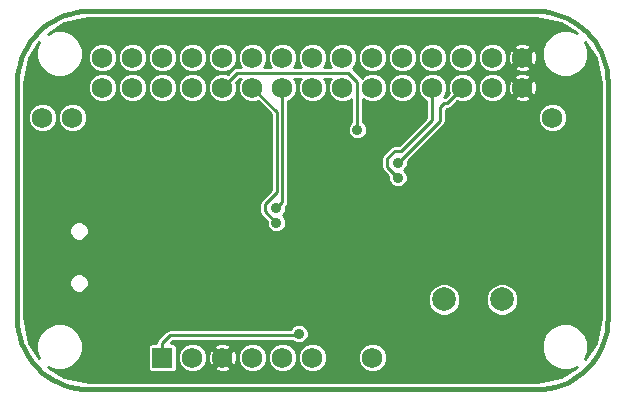
<source format=gbl>
G04 (created by PCBNEW-RS274X (2012-01-19 BZR 3256)-stable) date 5/11/2012 7:46:45 PM*
G01*
G70*
G90*
%MOIN*%
G04 Gerber Fmt 3.4, Leading zero omitted, Abs format*
%FSLAX34Y34*%
G04 APERTURE LIST*
%ADD10C,0.006000*%
%ADD11C,0.015000*%
%ADD12R,0.068000X0.068000*%
%ADD13C,0.068000*%
%ADD14C,0.078700*%
%ADD15C,0.035000*%
%ADD16C,0.010000*%
%ADD17C,0.020000*%
G04 APERTURE END LIST*
G54D10*
G54D11*
X50158Y-33937D02*
X50167Y-34142D01*
X50194Y-34347D01*
X50239Y-34548D01*
X50301Y-34744D01*
X50380Y-34935D01*
X50475Y-35117D01*
X50586Y-35291D01*
X50711Y-35455D01*
X50850Y-35607D01*
X51002Y-35746D01*
X51166Y-35871D01*
X51340Y-35982D01*
X51522Y-36077D01*
X51713Y-36156D01*
X51909Y-36218D01*
X52110Y-36263D01*
X52315Y-36290D01*
X52520Y-36299D01*
X69843Y-26063D02*
X69843Y-33937D01*
X50157Y-33937D02*
X50157Y-26063D01*
X67480Y-36300D02*
X67685Y-36291D01*
X67890Y-36264D01*
X68091Y-36219D01*
X68288Y-36157D01*
X68478Y-36078D01*
X68661Y-35983D01*
X68835Y-35872D01*
X68998Y-35747D01*
X69150Y-35607D01*
X69290Y-35455D01*
X69415Y-35292D01*
X69526Y-35118D01*
X69621Y-34935D01*
X69700Y-34745D01*
X69762Y-34548D01*
X69807Y-34347D01*
X69834Y-34142D01*
X69843Y-33937D01*
X52520Y-23701D02*
X67480Y-23701D01*
X52520Y-36299D02*
X67480Y-36299D01*
X69842Y-26063D02*
X69833Y-25858D01*
X69806Y-25653D01*
X69761Y-25452D01*
X69699Y-25256D01*
X69620Y-25065D01*
X69525Y-24883D01*
X69414Y-24709D01*
X69289Y-24545D01*
X69150Y-24393D01*
X68998Y-24254D01*
X68834Y-24129D01*
X68661Y-24018D01*
X68478Y-23923D01*
X68287Y-23844D01*
X68091Y-23782D01*
X67890Y-23737D01*
X67685Y-23710D01*
X67480Y-23701D01*
X52520Y-23700D02*
X52315Y-23709D01*
X52110Y-23736D01*
X51909Y-23781D01*
X51712Y-23843D01*
X51522Y-23922D01*
X51339Y-24017D01*
X51165Y-24128D01*
X51002Y-24253D01*
X50850Y-24393D01*
X50710Y-24545D01*
X50585Y-24708D01*
X50474Y-24882D01*
X50379Y-25065D01*
X50300Y-25255D01*
X50238Y-25452D01*
X50193Y-25653D01*
X50166Y-25858D01*
X50157Y-26063D01*
G54D12*
X55000Y-35250D03*
G54D13*
X56000Y-35250D03*
X57000Y-35250D03*
X58000Y-35250D03*
X59000Y-35250D03*
X60000Y-35250D03*
X68000Y-27250D03*
X52000Y-27250D03*
X51000Y-27250D03*
X62000Y-35250D03*
G54D14*
X66315Y-33307D03*
X64393Y-33307D03*
G54D13*
X67000Y-25250D03*
X66000Y-25250D03*
X65000Y-25250D03*
X64000Y-25250D03*
X63000Y-25250D03*
X62000Y-25250D03*
X61000Y-25250D03*
X60000Y-25250D03*
X59000Y-25250D03*
X58000Y-25250D03*
X57000Y-25250D03*
X56000Y-25250D03*
X55000Y-25250D03*
X54000Y-25250D03*
X53000Y-25250D03*
X67000Y-26250D03*
X66000Y-26250D03*
X65000Y-26250D03*
X64000Y-26250D03*
X63000Y-26250D03*
X62000Y-26250D03*
X61000Y-26250D03*
X60000Y-26250D03*
X59000Y-26250D03*
X58000Y-26250D03*
X57000Y-26250D03*
X56000Y-26250D03*
X55000Y-26250D03*
X54000Y-26250D03*
X53000Y-26250D03*
G54D15*
X61500Y-27650D03*
X58800Y-30750D03*
X58800Y-30250D03*
X62850Y-29250D03*
X62850Y-28750D03*
X59950Y-32850D03*
X51417Y-28465D03*
X52441Y-28543D03*
X65750Y-31400D03*
X64950Y-31400D03*
X68300Y-31000D03*
X53268Y-32913D03*
X55039Y-28346D03*
X56250Y-32756D03*
X59550Y-34450D03*
G54D16*
X57500Y-25750D02*
X57000Y-26250D01*
X61200Y-25750D02*
X57500Y-25750D01*
X61500Y-26100D02*
X61500Y-26050D01*
X61500Y-27650D02*
X61500Y-26100D01*
X61500Y-26050D02*
X61200Y-25750D01*
X58800Y-30750D02*
X58425Y-30375D01*
X58808Y-29742D02*
X58808Y-27058D01*
X58425Y-30375D02*
X58425Y-30125D01*
X58808Y-27058D02*
X58000Y-26250D01*
X58425Y-30125D02*
X58808Y-29742D01*
X58800Y-30250D02*
X59000Y-30050D01*
X59000Y-30050D02*
X59000Y-26250D01*
X62736Y-28364D02*
X62500Y-28600D01*
X63189Y-28139D02*
X62964Y-28364D01*
X62850Y-29250D02*
X62500Y-28900D01*
X64000Y-27328D02*
X64000Y-26250D01*
X62964Y-28364D02*
X62736Y-28364D01*
X62500Y-28600D02*
X62500Y-28900D01*
X63189Y-28139D02*
X64000Y-27328D01*
X64400Y-26750D02*
X64500Y-26750D01*
X64250Y-26900D02*
X64400Y-26750D01*
X64500Y-26750D02*
X65000Y-26250D01*
X62850Y-28750D02*
X64250Y-27350D01*
X64250Y-27350D02*
X64250Y-26900D01*
X60900Y-35242D02*
X60900Y-33500D01*
X55039Y-31545D02*
X56250Y-32756D01*
X66500Y-27600D02*
X66500Y-26750D01*
X57000Y-35250D02*
X57000Y-35268D01*
X57480Y-35748D02*
X60394Y-35748D01*
X66500Y-26750D02*
X67000Y-26250D01*
X60394Y-35748D02*
X60900Y-35242D01*
X59950Y-32850D02*
X59856Y-32756D01*
X59856Y-32756D02*
X56250Y-32756D01*
X57000Y-35268D02*
X57480Y-35748D01*
X64950Y-31400D02*
X65750Y-31400D01*
X51417Y-28465D02*
X51495Y-28543D01*
G54D17*
X67000Y-25250D02*
X66600Y-25650D01*
G54D16*
X68300Y-29400D02*
X66500Y-27600D01*
X67900Y-31400D02*
X65750Y-31400D01*
X63000Y-31400D02*
X60900Y-33500D01*
X68300Y-31000D02*
X68300Y-29400D01*
G54D17*
X66600Y-25850D02*
X67000Y-26250D01*
G54D16*
X54500Y-35750D02*
X54000Y-35250D01*
X52441Y-28543D02*
X52441Y-28947D01*
X51495Y-28543D02*
X52441Y-28543D01*
X68300Y-31000D02*
X67900Y-31400D01*
X54000Y-33645D02*
X53268Y-32913D01*
X55039Y-28346D02*
X55039Y-31545D01*
X57000Y-35250D02*
X56500Y-35750D01*
X56500Y-35750D02*
X54500Y-35750D01*
G54D17*
X66600Y-25650D02*
X66600Y-25850D01*
G54D16*
X64950Y-31400D02*
X63000Y-31400D01*
X54000Y-35250D02*
X54000Y-33645D01*
X53268Y-32913D02*
X53425Y-32756D01*
X52441Y-28947D02*
X55039Y-31545D01*
X53425Y-32756D02*
X56250Y-32756D01*
X57250Y-34500D02*
X59200Y-34500D01*
X59200Y-34500D02*
X59500Y-34500D01*
X59500Y-34500D02*
X59550Y-34450D01*
X55250Y-34500D02*
X57250Y-34500D01*
X55000Y-34750D02*
X55250Y-34500D01*
X55000Y-35250D02*
X55000Y-34750D01*
G54D10*
G36*
X69618Y-33918D02*
X69451Y-34751D01*
X69097Y-35282D01*
X69200Y-35037D01*
X69200Y-34729D01*
X69082Y-34444D01*
X68865Y-34226D01*
X68580Y-34107D01*
X68489Y-34107D01*
X68489Y-27348D01*
X68489Y-27153D01*
X68415Y-26973D01*
X68277Y-26836D01*
X68098Y-26761D01*
X67903Y-26761D01*
X67723Y-26835D01*
X67586Y-26973D01*
X67511Y-27152D01*
X67511Y-27347D01*
X67585Y-27527D01*
X67723Y-27664D01*
X67902Y-27739D01*
X68097Y-27739D01*
X68277Y-27665D01*
X68414Y-27527D01*
X68489Y-27348D01*
X68489Y-34107D01*
X68272Y-34107D01*
X67987Y-34225D01*
X67769Y-34442D01*
X67650Y-34727D01*
X67650Y-35035D01*
X67768Y-35320D01*
X67985Y-35538D01*
X68270Y-35657D01*
X68578Y-35657D01*
X68826Y-35554D01*
X68297Y-35907D01*
X67485Y-36069D01*
X67485Y-26315D01*
X67485Y-25315D01*
X67473Y-25125D01*
X67424Y-25005D01*
X67354Y-24967D01*
X67283Y-25038D01*
X67283Y-24896D01*
X67245Y-24826D01*
X67065Y-24765D01*
X66875Y-24777D01*
X66755Y-24826D01*
X66717Y-24896D01*
X67000Y-25179D01*
X67283Y-24896D01*
X67283Y-25038D01*
X67071Y-25250D01*
X67354Y-25533D01*
X67424Y-25495D01*
X67485Y-25315D01*
X67485Y-26315D01*
X67473Y-26125D01*
X67424Y-26005D01*
X67354Y-25967D01*
X67283Y-26038D01*
X67283Y-25896D01*
X67283Y-25604D01*
X67000Y-25321D01*
X66929Y-25392D01*
X66929Y-25250D01*
X66646Y-24967D01*
X66576Y-25005D01*
X66515Y-25185D01*
X66527Y-25375D01*
X66576Y-25495D01*
X66646Y-25533D01*
X66929Y-25250D01*
X66929Y-25392D01*
X66717Y-25604D01*
X66755Y-25674D01*
X66935Y-25735D01*
X67125Y-25723D01*
X67245Y-25674D01*
X67283Y-25604D01*
X67283Y-25896D01*
X67245Y-25826D01*
X67065Y-25765D01*
X66875Y-25777D01*
X66755Y-25826D01*
X66717Y-25896D01*
X67000Y-26179D01*
X67283Y-25896D01*
X67283Y-26038D01*
X67071Y-26250D01*
X67354Y-26533D01*
X67424Y-26495D01*
X67485Y-26315D01*
X67485Y-36069D01*
X67461Y-36074D01*
X67283Y-36074D01*
X67283Y-26604D01*
X67000Y-26321D01*
X66929Y-26392D01*
X66929Y-26250D01*
X66646Y-25967D01*
X66576Y-26005D01*
X66515Y-26185D01*
X66527Y-26375D01*
X66576Y-26495D01*
X66646Y-26533D01*
X66929Y-26250D01*
X66929Y-26392D01*
X66717Y-26604D01*
X66755Y-26674D01*
X66935Y-26735D01*
X67125Y-26723D01*
X67245Y-26674D01*
X67283Y-26604D01*
X67283Y-36074D01*
X66857Y-36074D01*
X66857Y-33416D01*
X66857Y-33200D01*
X66775Y-33001D01*
X66623Y-32848D01*
X66489Y-32792D01*
X66489Y-26348D01*
X66489Y-26153D01*
X66489Y-25348D01*
X66489Y-25153D01*
X66415Y-24973D01*
X66277Y-24836D01*
X66098Y-24761D01*
X65903Y-24761D01*
X65723Y-24835D01*
X65586Y-24973D01*
X65511Y-25152D01*
X65511Y-25347D01*
X65585Y-25527D01*
X65723Y-25664D01*
X65902Y-25739D01*
X66097Y-25739D01*
X66277Y-25665D01*
X66414Y-25527D01*
X66489Y-25348D01*
X66489Y-26153D01*
X66415Y-25973D01*
X66277Y-25836D01*
X66098Y-25761D01*
X65903Y-25761D01*
X65723Y-25835D01*
X65586Y-25973D01*
X65511Y-26152D01*
X65511Y-26347D01*
X65585Y-26527D01*
X65723Y-26664D01*
X65902Y-26739D01*
X66097Y-26739D01*
X66277Y-26665D01*
X66414Y-26527D01*
X66489Y-26348D01*
X66489Y-32792D01*
X66424Y-32765D01*
X66208Y-32765D01*
X66009Y-32847D01*
X65856Y-32999D01*
X65773Y-33198D01*
X65773Y-33414D01*
X65855Y-33613D01*
X66007Y-33766D01*
X66206Y-33849D01*
X66422Y-33849D01*
X66621Y-33767D01*
X66774Y-33615D01*
X66857Y-33416D01*
X66857Y-36074D01*
X65489Y-36074D01*
X65489Y-26348D01*
X65489Y-26153D01*
X65489Y-25348D01*
X65489Y-25153D01*
X65415Y-24973D01*
X65277Y-24836D01*
X65098Y-24761D01*
X64903Y-24761D01*
X64723Y-24835D01*
X64586Y-24973D01*
X64511Y-25152D01*
X64511Y-25347D01*
X64585Y-25527D01*
X64723Y-25664D01*
X64902Y-25739D01*
X65097Y-25739D01*
X65277Y-25665D01*
X65414Y-25527D01*
X65489Y-25348D01*
X65489Y-26153D01*
X65415Y-25973D01*
X65277Y-25836D01*
X65098Y-25761D01*
X64903Y-25761D01*
X64723Y-25835D01*
X64586Y-25973D01*
X64511Y-26152D01*
X64511Y-26347D01*
X64543Y-26424D01*
X64418Y-26550D01*
X64400Y-26550D01*
X64389Y-26552D01*
X64414Y-26527D01*
X64489Y-26348D01*
X64489Y-26153D01*
X64489Y-25348D01*
X64489Y-25153D01*
X64415Y-24973D01*
X64277Y-24836D01*
X64098Y-24761D01*
X63903Y-24761D01*
X63723Y-24835D01*
X63586Y-24973D01*
X63511Y-25152D01*
X63511Y-25347D01*
X63585Y-25527D01*
X63723Y-25664D01*
X63902Y-25739D01*
X64097Y-25739D01*
X64277Y-25665D01*
X64414Y-25527D01*
X64489Y-25348D01*
X64489Y-26153D01*
X64415Y-25973D01*
X64277Y-25836D01*
X64098Y-25761D01*
X63903Y-25761D01*
X63723Y-25835D01*
X63586Y-25973D01*
X63511Y-26152D01*
X63511Y-26347D01*
X63585Y-26527D01*
X63723Y-26664D01*
X63800Y-26696D01*
X63800Y-27245D01*
X63489Y-27556D01*
X63489Y-26348D01*
X63489Y-26153D01*
X63489Y-25348D01*
X63489Y-25153D01*
X63415Y-24973D01*
X63277Y-24836D01*
X63098Y-24761D01*
X62903Y-24761D01*
X62723Y-24835D01*
X62586Y-24973D01*
X62511Y-25152D01*
X62511Y-25347D01*
X62585Y-25527D01*
X62723Y-25664D01*
X62902Y-25739D01*
X63097Y-25739D01*
X63277Y-25665D01*
X63414Y-25527D01*
X63489Y-25348D01*
X63489Y-26153D01*
X63415Y-25973D01*
X63277Y-25836D01*
X63098Y-25761D01*
X62903Y-25761D01*
X62723Y-25835D01*
X62586Y-25973D01*
X62511Y-26152D01*
X62511Y-26347D01*
X62585Y-26527D01*
X62723Y-26664D01*
X62902Y-26739D01*
X63097Y-26739D01*
X63277Y-26665D01*
X63414Y-26527D01*
X63489Y-26348D01*
X63489Y-27556D01*
X63050Y-27995D01*
X63047Y-27998D01*
X62881Y-28164D01*
X62736Y-28164D01*
X62659Y-28179D01*
X62594Y-28223D01*
X62489Y-28328D01*
X62489Y-26348D01*
X62489Y-26153D01*
X62489Y-25348D01*
X62489Y-25153D01*
X62415Y-24973D01*
X62277Y-24836D01*
X62098Y-24761D01*
X61903Y-24761D01*
X61723Y-24835D01*
X61586Y-24973D01*
X61511Y-25152D01*
X61511Y-25347D01*
X61585Y-25527D01*
X61723Y-25664D01*
X61902Y-25739D01*
X62097Y-25739D01*
X62277Y-25665D01*
X62414Y-25527D01*
X62489Y-25348D01*
X62489Y-26153D01*
X62415Y-25973D01*
X62277Y-25836D01*
X62098Y-25761D01*
X61903Y-25761D01*
X61723Y-25835D01*
X61644Y-25913D01*
X61641Y-25909D01*
X61641Y-25908D01*
X61341Y-25609D01*
X61336Y-25605D01*
X61414Y-25527D01*
X61489Y-25348D01*
X61489Y-25153D01*
X61415Y-24973D01*
X61277Y-24836D01*
X61098Y-24761D01*
X60903Y-24761D01*
X60723Y-24835D01*
X60586Y-24973D01*
X60511Y-25152D01*
X60511Y-25347D01*
X60585Y-25527D01*
X60608Y-25550D01*
X60391Y-25550D01*
X60414Y-25527D01*
X60489Y-25348D01*
X60489Y-25153D01*
X60415Y-24973D01*
X60277Y-24836D01*
X60098Y-24761D01*
X59903Y-24761D01*
X59723Y-24835D01*
X59586Y-24973D01*
X59511Y-25152D01*
X59511Y-25347D01*
X59585Y-25527D01*
X59608Y-25550D01*
X59391Y-25550D01*
X59414Y-25527D01*
X59489Y-25348D01*
X59489Y-25153D01*
X59415Y-24973D01*
X59277Y-24836D01*
X59098Y-24761D01*
X58903Y-24761D01*
X58723Y-24835D01*
X58586Y-24973D01*
X58511Y-25152D01*
X58511Y-25347D01*
X58585Y-25527D01*
X58608Y-25550D01*
X58391Y-25550D01*
X58414Y-25527D01*
X58489Y-25348D01*
X58489Y-25153D01*
X58415Y-24973D01*
X58277Y-24836D01*
X58098Y-24761D01*
X57903Y-24761D01*
X57723Y-24835D01*
X57586Y-24973D01*
X57511Y-25152D01*
X57511Y-25347D01*
X57585Y-25527D01*
X57608Y-25550D01*
X57500Y-25550D01*
X57489Y-25552D01*
X57489Y-25348D01*
X57489Y-25153D01*
X57415Y-24973D01*
X57277Y-24836D01*
X57098Y-24761D01*
X56903Y-24761D01*
X56723Y-24835D01*
X56586Y-24973D01*
X56511Y-25152D01*
X56511Y-25347D01*
X56585Y-25527D01*
X56723Y-25664D01*
X56902Y-25739D01*
X57097Y-25739D01*
X57277Y-25665D01*
X57414Y-25527D01*
X57489Y-25348D01*
X57489Y-25552D01*
X57423Y-25565D01*
X57359Y-25609D01*
X57174Y-25793D01*
X57098Y-25761D01*
X56903Y-25761D01*
X56723Y-25835D01*
X56586Y-25973D01*
X56511Y-26152D01*
X56511Y-26347D01*
X56585Y-26527D01*
X56723Y-26664D01*
X56902Y-26739D01*
X57097Y-26739D01*
X57277Y-26665D01*
X57414Y-26527D01*
X57489Y-26348D01*
X57489Y-26153D01*
X57456Y-26075D01*
X57582Y-25950D01*
X57608Y-25950D01*
X57586Y-25973D01*
X57511Y-26152D01*
X57511Y-26347D01*
X57585Y-26527D01*
X57723Y-26664D01*
X57902Y-26739D01*
X58097Y-26739D01*
X58174Y-26707D01*
X58608Y-27140D01*
X58608Y-29659D01*
X58284Y-29984D01*
X58240Y-30048D01*
X58225Y-30125D01*
X58225Y-30375D01*
X58240Y-30452D01*
X58284Y-30516D01*
X58475Y-30707D01*
X58475Y-30814D01*
X58524Y-30934D01*
X58615Y-31025D01*
X58735Y-31075D01*
X58864Y-31075D01*
X58984Y-31026D01*
X59075Y-30935D01*
X59125Y-30815D01*
X59125Y-30686D01*
X59076Y-30566D01*
X59010Y-30500D01*
X59075Y-30435D01*
X59125Y-30315D01*
X59125Y-30207D01*
X59141Y-30192D01*
X59141Y-30191D01*
X59185Y-30127D01*
X59199Y-30051D01*
X59200Y-30050D01*
X59200Y-26696D01*
X59277Y-26665D01*
X59414Y-26527D01*
X59489Y-26348D01*
X59489Y-26153D01*
X59415Y-25973D01*
X59391Y-25950D01*
X59608Y-25950D01*
X59586Y-25973D01*
X59511Y-26152D01*
X59511Y-26347D01*
X59585Y-26527D01*
X59723Y-26664D01*
X59902Y-26739D01*
X60097Y-26739D01*
X60277Y-26665D01*
X60414Y-26527D01*
X60489Y-26348D01*
X60489Y-26153D01*
X60415Y-25973D01*
X60391Y-25950D01*
X60608Y-25950D01*
X60586Y-25973D01*
X60511Y-26152D01*
X60511Y-26347D01*
X60585Y-26527D01*
X60723Y-26664D01*
X60902Y-26739D01*
X61097Y-26739D01*
X61277Y-26665D01*
X61300Y-26641D01*
X61300Y-27390D01*
X61225Y-27465D01*
X61175Y-27585D01*
X61175Y-27714D01*
X61224Y-27834D01*
X61315Y-27925D01*
X61435Y-27975D01*
X61564Y-27975D01*
X61684Y-27926D01*
X61775Y-27835D01*
X61825Y-27715D01*
X61825Y-27586D01*
X61776Y-27466D01*
X61700Y-27390D01*
X61700Y-26641D01*
X61723Y-26664D01*
X61902Y-26739D01*
X62097Y-26739D01*
X62277Y-26665D01*
X62414Y-26527D01*
X62489Y-26348D01*
X62489Y-28328D01*
X62359Y-28459D01*
X62315Y-28523D01*
X62300Y-28600D01*
X62300Y-28900D01*
X62315Y-28977D01*
X62359Y-29041D01*
X62525Y-29207D01*
X62525Y-29314D01*
X62574Y-29434D01*
X62665Y-29525D01*
X62785Y-29575D01*
X62914Y-29575D01*
X63034Y-29526D01*
X63125Y-29435D01*
X63175Y-29315D01*
X63175Y-29186D01*
X63126Y-29066D01*
X63060Y-29000D01*
X63125Y-28935D01*
X63175Y-28815D01*
X63175Y-28707D01*
X64391Y-27492D01*
X64391Y-27491D01*
X64435Y-27427D01*
X64449Y-27351D01*
X64450Y-27350D01*
X64450Y-26982D01*
X64482Y-26950D01*
X64500Y-26950D01*
X64500Y-26949D01*
X64576Y-26935D01*
X64577Y-26935D01*
X64641Y-26891D01*
X64825Y-26706D01*
X64902Y-26739D01*
X65097Y-26739D01*
X65277Y-26665D01*
X65414Y-26527D01*
X65489Y-26348D01*
X65489Y-36074D01*
X64935Y-36074D01*
X64935Y-33416D01*
X64935Y-33200D01*
X64853Y-33001D01*
X64701Y-32848D01*
X64502Y-32765D01*
X64286Y-32765D01*
X64087Y-32847D01*
X63934Y-32999D01*
X63851Y-33198D01*
X63851Y-33414D01*
X63933Y-33613D01*
X64085Y-33766D01*
X64284Y-33849D01*
X64500Y-33849D01*
X64699Y-33767D01*
X64852Y-33615D01*
X64935Y-33416D01*
X64935Y-36074D01*
X62489Y-36074D01*
X62489Y-35348D01*
X62489Y-35153D01*
X62415Y-34973D01*
X62277Y-34836D01*
X62098Y-34761D01*
X61903Y-34761D01*
X61723Y-34835D01*
X61586Y-34973D01*
X61511Y-35152D01*
X61511Y-35347D01*
X61585Y-35527D01*
X61723Y-35664D01*
X61902Y-35739D01*
X62097Y-35739D01*
X62277Y-35665D01*
X62414Y-35527D01*
X62489Y-35348D01*
X62489Y-36074D01*
X60489Y-36074D01*
X60489Y-35348D01*
X60489Y-35153D01*
X60415Y-34973D01*
X60277Y-34836D01*
X60098Y-34761D01*
X59903Y-34761D01*
X59875Y-34772D01*
X59875Y-34515D01*
X59875Y-34386D01*
X59826Y-34266D01*
X59735Y-34175D01*
X59615Y-34125D01*
X59486Y-34125D01*
X59366Y-34174D01*
X59275Y-34265D01*
X59260Y-34300D01*
X59200Y-34300D01*
X57250Y-34300D01*
X56489Y-34300D01*
X56489Y-26348D01*
X56489Y-26153D01*
X56489Y-25348D01*
X56489Y-25153D01*
X56415Y-24973D01*
X56277Y-24836D01*
X56098Y-24761D01*
X55903Y-24761D01*
X55723Y-24835D01*
X55586Y-24973D01*
X55511Y-25152D01*
X55511Y-25347D01*
X55585Y-25527D01*
X55723Y-25664D01*
X55902Y-25739D01*
X56097Y-25739D01*
X56277Y-25665D01*
X56414Y-25527D01*
X56489Y-25348D01*
X56489Y-26153D01*
X56415Y-25973D01*
X56277Y-25836D01*
X56098Y-25761D01*
X55903Y-25761D01*
X55723Y-25835D01*
X55586Y-25973D01*
X55511Y-26152D01*
X55511Y-26347D01*
X55585Y-26527D01*
X55723Y-26664D01*
X55902Y-26739D01*
X56097Y-26739D01*
X56277Y-26665D01*
X56414Y-26527D01*
X56489Y-26348D01*
X56489Y-34300D01*
X55489Y-34300D01*
X55489Y-26348D01*
X55489Y-26153D01*
X55489Y-25348D01*
X55489Y-25153D01*
X55415Y-24973D01*
X55277Y-24836D01*
X55098Y-24761D01*
X54903Y-24761D01*
X54723Y-24835D01*
X54586Y-24973D01*
X54511Y-25152D01*
X54511Y-25347D01*
X54585Y-25527D01*
X54723Y-25664D01*
X54902Y-25739D01*
X55097Y-25739D01*
X55277Y-25665D01*
X55414Y-25527D01*
X55489Y-25348D01*
X55489Y-26153D01*
X55415Y-25973D01*
X55277Y-25836D01*
X55098Y-25761D01*
X54903Y-25761D01*
X54723Y-25835D01*
X54586Y-25973D01*
X54511Y-26152D01*
X54511Y-26347D01*
X54585Y-26527D01*
X54723Y-26664D01*
X54902Y-26739D01*
X55097Y-26739D01*
X55277Y-26665D01*
X55414Y-26527D01*
X55489Y-26348D01*
X55489Y-34300D01*
X55250Y-34300D01*
X55173Y-34315D01*
X55108Y-34359D01*
X54859Y-34609D01*
X54815Y-34673D01*
X54800Y-34750D01*
X54800Y-34761D01*
X54630Y-34761D01*
X54575Y-34784D01*
X54533Y-34826D01*
X54511Y-34881D01*
X54511Y-34940D01*
X54511Y-35620D01*
X54534Y-35675D01*
X54576Y-35717D01*
X54631Y-35739D01*
X54690Y-35739D01*
X55370Y-35739D01*
X55425Y-35716D01*
X55467Y-35674D01*
X55489Y-35619D01*
X55489Y-35560D01*
X55489Y-34880D01*
X55466Y-34825D01*
X55424Y-34783D01*
X55369Y-34761D01*
X55310Y-34761D01*
X55271Y-34761D01*
X55332Y-34700D01*
X57250Y-34700D01*
X59200Y-34700D01*
X59340Y-34700D01*
X59365Y-34725D01*
X59485Y-34775D01*
X59614Y-34775D01*
X59734Y-34726D01*
X59825Y-34635D01*
X59875Y-34515D01*
X59875Y-34772D01*
X59723Y-34835D01*
X59586Y-34973D01*
X59511Y-35152D01*
X59511Y-35347D01*
X59585Y-35527D01*
X59723Y-35664D01*
X59902Y-35739D01*
X60097Y-35739D01*
X60277Y-35665D01*
X60414Y-35527D01*
X60489Y-35348D01*
X60489Y-36074D01*
X59489Y-36074D01*
X59489Y-35348D01*
X59489Y-35153D01*
X59415Y-34973D01*
X59277Y-34836D01*
X59098Y-34761D01*
X58903Y-34761D01*
X58723Y-34835D01*
X58586Y-34973D01*
X58511Y-35152D01*
X58511Y-35347D01*
X58585Y-35527D01*
X58723Y-35664D01*
X58902Y-35739D01*
X59097Y-35739D01*
X59277Y-35665D01*
X59414Y-35527D01*
X59489Y-35348D01*
X59489Y-36074D01*
X58489Y-36074D01*
X58489Y-35348D01*
X58489Y-35153D01*
X58415Y-34973D01*
X58277Y-34836D01*
X58098Y-34761D01*
X57903Y-34761D01*
X57723Y-34835D01*
X57586Y-34973D01*
X57511Y-35152D01*
X57511Y-35347D01*
X57585Y-35527D01*
X57723Y-35664D01*
X57902Y-35739D01*
X58097Y-35739D01*
X58277Y-35665D01*
X58414Y-35527D01*
X58489Y-35348D01*
X58489Y-36074D01*
X57485Y-36074D01*
X57485Y-35315D01*
X57473Y-35125D01*
X57424Y-35005D01*
X57354Y-34967D01*
X57283Y-35038D01*
X57283Y-34896D01*
X57245Y-34826D01*
X57065Y-34765D01*
X56875Y-34777D01*
X56755Y-34826D01*
X56717Y-34896D01*
X57000Y-35179D01*
X57283Y-34896D01*
X57283Y-35038D01*
X57071Y-35250D01*
X57354Y-35533D01*
X57424Y-35495D01*
X57485Y-35315D01*
X57485Y-36074D01*
X57283Y-36074D01*
X57283Y-35604D01*
X57000Y-35321D01*
X56929Y-35392D01*
X56929Y-35250D01*
X56646Y-34967D01*
X56576Y-35005D01*
X56515Y-35185D01*
X56527Y-35375D01*
X56576Y-35495D01*
X56646Y-35533D01*
X56929Y-35250D01*
X56929Y-35392D01*
X56717Y-35604D01*
X56755Y-35674D01*
X56935Y-35735D01*
X57125Y-35723D01*
X57245Y-35674D01*
X57283Y-35604D01*
X57283Y-36074D01*
X56489Y-36074D01*
X56489Y-35348D01*
X56489Y-35153D01*
X56415Y-34973D01*
X56277Y-34836D01*
X56098Y-34761D01*
X55903Y-34761D01*
X55723Y-34835D01*
X55586Y-34973D01*
X55511Y-35152D01*
X55511Y-35347D01*
X55585Y-35527D01*
X55723Y-35664D01*
X55902Y-35739D01*
X56097Y-35739D01*
X56277Y-35665D01*
X56414Y-35527D01*
X56489Y-35348D01*
X56489Y-36074D01*
X54489Y-36074D01*
X54489Y-26348D01*
X54489Y-26153D01*
X54489Y-25348D01*
X54489Y-25153D01*
X54415Y-24973D01*
X54277Y-24836D01*
X54098Y-24761D01*
X53903Y-24761D01*
X53723Y-24835D01*
X53586Y-24973D01*
X53511Y-25152D01*
X53511Y-25347D01*
X53585Y-25527D01*
X53723Y-25664D01*
X53902Y-25739D01*
X54097Y-25739D01*
X54277Y-25665D01*
X54414Y-25527D01*
X54489Y-25348D01*
X54489Y-26153D01*
X54415Y-25973D01*
X54277Y-25836D01*
X54098Y-25761D01*
X53903Y-25761D01*
X53723Y-25835D01*
X53586Y-25973D01*
X53511Y-26152D01*
X53511Y-26347D01*
X53585Y-26527D01*
X53723Y-26664D01*
X53902Y-26739D01*
X54097Y-26739D01*
X54277Y-26665D01*
X54414Y-26527D01*
X54489Y-26348D01*
X54489Y-36074D01*
X53489Y-36074D01*
X53489Y-26348D01*
X53489Y-26153D01*
X53489Y-25348D01*
X53489Y-25153D01*
X53415Y-24973D01*
X53277Y-24836D01*
X53098Y-24761D01*
X52903Y-24761D01*
X52723Y-24835D01*
X52586Y-24973D01*
X52511Y-25152D01*
X52511Y-25347D01*
X52585Y-25527D01*
X52723Y-25664D01*
X52902Y-25739D01*
X53097Y-25739D01*
X53277Y-25665D01*
X53414Y-25527D01*
X53489Y-25348D01*
X53489Y-26153D01*
X53415Y-25973D01*
X53277Y-25836D01*
X53098Y-25761D01*
X52903Y-25761D01*
X52723Y-25835D01*
X52586Y-25973D01*
X52511Y-26152D01*
X52511Y-26347D01*
X52585Y-26527D01*
X52723Y-26664D01*
X52902Y-26739D01*
X53097Y-26739D01*
X53277Y-26665D01*
X53414Y-26527D01*
X53489Y-26348D01*
X53489Y-36074D01*
X52544Y-36074D01*
X52544Y-32821D01*
X52544Y-32691D01*
X52544Y-31089D01*
X52544Y-30959D01*
X52494Y-30839D01*
X52489Y-30834D01*
X52489Y-27348D01*
X52489Y-27153D01*
X52415Y-26973D01*
X52277Y-26836D01*
X52098Y-26761D01*
X51903Y-26761D01*
X51723Y-26835D01*
X51586Y-26973D01*
X51511Y-27152D01*
X51511Y-27347D01*
X51585Y-27527D01*
X51723Y-27664D01*
X51902Y-27739D01*
X52097Y-27739D01*
X52277Y-27665D01*
X52414Y-27527D01*
X52489Y-27348D01*
X52489Y-30834D01*
X52402Y-30747D01*
X52282Y-30697D01*
X52152Y-30697D01*
X52032Y-30747D01*
X51940Y-30839D01*
X51890Y-30959D01*
X51890Y-31089D01*
X51940Y-31209D01*
X52032Y-31301D01*
X52152Y-31351D01*
X52282Y-31351D01*
X52402Y-31301D01*
X52494Y-31209D01*
X52544Y-31089D01*
X52544Y-32691D01*
X52494Y-32571D01*
X52402Y-32479D01*
X52282Y-32429D01*
X52152Y-32429D01*
X52032Y-32479D01*
X51940Y-32571D01*
X51890Y-32691D01*
X51890Y-32821D01*
X51940Y-32941D01*
X52032Y-33033D01*
X52152Y-33083D01*
X52282Y-33083D01*
X52402Y-33033D01*
X52494Y-32941D01*
X52544Y-32821D01*
X52544Y-36074D01*
X52538Y-36074D01*
X51703Y-35906D01*
X51180Y-35557D01*
X51419Y-35657D01*
X51727Y-35657D01*
X52012Y-35539D01*
X52230Y-35322D01*
X52349Y-35037D01*
X52349Y-34729D01*
X52231Y-34444D01*
X52014Y-34226D01*
X51729Y-34107D01*
X51489Y-34107D01*
X51489Y-27348D01*
X51489Y-27153D01*
X51415Y-26973D01*
X51277Y-26836D01*
X51098Y-26761D01*
X50903Y-26761D01*
X50723Y-26835D01*
X50586Y-26973D01*
X50511Y-27152D01*
X50511Y-27347D01*
X50585Y-27527D01*
X50723Y-27664D01*
X50902Y-27739D01*
X51097Y-27739D01*
X51277Y-27665D01*
X51414Y-27527D01*
X51489Y-27348D01*
X51489Y-34107D01*
X51421Y-34107D01*
X51136Y-34225D01*
X50918Y-34442D01*
X50799Y-34727D01*
X50799Y-35035D01*
X50897Y-35272D01*
X50550Y-34754D01*
X50382Y-33908D01*
X50382Y-26086D01*
X50549Y-25245D01*
X50900Y-24720D01*
X50799Y-24963D01*
X50799Y-25271D01*
X50917Y-25556D01*
X51134Y-25774D01*
X51419Y-25893D01*
X51727Y-25893D01*
X52012Y-25775D01*
X52230Y-25558D01*
X52349Y-25273D01*
X52349Y-24965D01*
X52231Y-24680D01*
X52014Y-24462D01*
X51729Y-24343D01*
X51421Y-24343D01*
X51175Y-24444D01*
X51705Y-24091D01*
X52533Y-23926D01*
X67456Y-23926D01*
X68297Y-24093D01*
X68818Y-24442D01*
X68580Y-24343D01*
X68272Y-24343D01*
X67987Y-24461D01*
X67769Y-24678D01*
X67650Y-24963D01*
X67650Y-25271D01*
X67768Y-25556D01*
X67985Y-25774D01*
X68270Y-25893D01*
X68578Y-25893D01*
X68863Y-25775D01*
X69081Y-25558D01*
X69200Y-25273D01*
X69200Y-24965D01*
X69099Y-24722D01*
X69449Y-25246D01*
X69618Y-26086D01*
X69618Y-33918D01*
X69618Y-33918D01*
G37*
G54D16*
X69618Y-33918D02*
X69451Y-34751D01*
X69097Y-35282D01*
X69200Y-35037D01*
X69200Y-34729D01*
X69082Y-34444D01*
X68865Y-34226D01*
X68580Y-34107D01*
X68489Y-34107D01*
X68489Y-27348D01*
X68489Y-27153D01*
X68415Y-26973D01*
X68277Y-26836D01*
X68098Y-26761D01*
X67903Y-26761D01*
X67723Y-26835D01*
X67586Y-26973D01*
X67511Y-27152D01*
X67511Y-27347D01*
X67585Y-27527D01*
X67723Y-27664D01*
X67902Y-27739D01*
X68097Y-27739D01*
X68277Y-27665D01*
X68414Y-27527D01*
X68489Y-27348D01*
X68489Y-34107D01*
X68272Y-34107D01*
X67987Y-34225D01*
X67769Y-34442D01*
X67650Y-34727D01*
X67650Y-35035D01*
X67768Y-35320D01*
X67985Y-35538D01*
X68270Y-35657D01*
X68578Y-35657D01*
X68826Y-35554D01*
X68297Y-35907D01*
X67485Y-36069D01*
X67485Y-26315D01*
X67485Y-25315D01*
X67473Y-25125D01*
X67424Y-25005D01*
X67354Y-24967D01*
X67283Y-25038D01*
X67283Y-24896D01*
X67245Y-24826D01*
X67065Y-24765D01*
X66875Y-24777D01*
X66755Y-24826D01*
X66717Y-24896D01*
X67000Y-25179D01*
X67283Y-24896D01*
X67283Y-25038D01*
X67071Y-25250D01*
X67354Y-25533D01*
X67424Y-25495D01*
X67485Y-25315D01*
X67485Y-26315D01*
X67473Y-26125D01*
X67424Y-26005D01*
X67354Y-25967D01*
X67283Y-26038D01*
X67283Y-25896D01*
X67283Y-25604D01*
X67000Y-25321D01*
X66929Y-25392D01*
X66929Y-25250D01*
X66646Y-24967D01*
X66576Y-25005D01*
X66515Y-25185D01*
X66527Y-25375D01*
X66576Y-25495D01*
X66646Y-25533D01*
X66929Y-25250D01*
X66929Y-25392D01*
X66717Y-25604D01*
X66755Y-25674D01*
X66935Y-25735D01*
X67125Y-25723D01*
X67245Y-25674D01*
X67283Y-25604D01*
X67283Y-25896D01*
X67245Y-25826D01*
X67065Y-25765D01*
X66875Y-25777D01*
X66755Y-25826D01*
X66717Y-25896D01*
X67000Y-26179D01*
X67283Y-25896D01*
X67283Y-26038D01*
X67071Y-26250D01*
X67354Y-26533D01*
X67424Y-26495D01*
X67485Y-26315D01*
X67485Y-36069D01*
X67461Y-36074D01*
X67283Y-36074D01*
X67283Y-26604D01*
X67000Y-26321D01*
X66929Y-26392D01*
X66929Y-26250D01*
X66646Y-25967D01*
X66576Y-26005D01*
X66515Y-26185D01*
X66527Y-26375D01*
X66576Y-26495D01*
X66646Y-26533D01*
X66929Y-26250D01*
X66929Y-26392D01*
X66717Y-26604D01*
X66755Y-26674D01*
X66935Y-26735D01*
X67125Y-26723D01*
X67245Y-26674D01*
X67283Y-26604D01*
X67283Y-36074D01*
X66857Y-36074D01*
X66857Y-33416D01*
X66857Y-33200D01*
X66775Y-33001D01*
X66623Y-32848D01*
X66489Y-32792D01*
X66489Y-26348D01*
X66489Y-26153D01*
X66489Y-25348D01*
X66489Y-25153D01*
X66415Y-24973D01*
X66277Y-24836D01*
X66098Y-24761D01*
X65903Y-24761D01*
X65723Y-24835D01*
X65586Y-24973D01*
X65511Y-25152D01*
X65511Y-25347D01*
X65585Y-25527D01*
X65723Y-25664D01*
X65902Y-25739D01*
X66097Y-25739D01*
X66277Y-25665D01*
X66414Y-25527D01*
X66489Y-25348D01*
X66489Y-26153D01*
X66415Y-25973D01*
X66277Y-25836D01*
X66098Y-25761D01*
X65903Y-25761D01*
X65723Y-25835D01*
X65586Y-25973D01*
X65511Y-26152D01*
X65511Y-26347D01*
X65585Y-26527D01*
X65723Y-26664D01*
X65902Y-26739D01*
X66097Y-26739D01*
X66277Y-26665D01*
X66414Y-26527D01*
X66489Y-26348D01*
X66489Y-32792D01*
X66424Y-32765D01*
X66208Y-32765D01*
X66009Y-32847D01*
X65856Y-32999D01*
X65773Y-33198D01*
X65773Y-33414D01*
X65855Y-33613D01*
X66007Y-33766D01*
X66206Y-33849D01*
X66422Y-33849D01*
X66621Y-33767D01*
X66774Y-33615D01*
X66857Y-33416D01*
X66857Y-36074D01*
X65489Y-36074D01*
X65489Y-26348D01*
X65489Y-26153D01*
X65489Y-25348D01*
X65489Y-25153D01*
X65415Y-24973D01*
X65277Y-24836D01*
X65098Y-24761D01*
X64903Y-24761D01*
X64723Y-24835D01*
X64586Y-24973D01*
X64511Y-25152D01*
X64511Y-25347D01*
X64585Y-25527D01*
X64723Y-25664D01*
X64902Y-25739D01*
X65097Y-25739D01*
X65277Y-25665D01*
X65414Y-25527D01*
X65489Y-25348D01*
X65489Y-26153D01*
X65415Y-25973D01*
X65277Y-25836D01*
X65098Y-25761D01*
X64903Y-25761D01*
X64723Y-25835D01*
X64586Y-25973D01*
X64511Y-26152D01*
X64511Y-26347D01*
X64543Y-26424D01*
X64418Y-26550D01*
X64400Y-26550D01*
X64389Y-26552D01*
X64414Y-26527D01*
X64489Y-26348D01*
X64489Y-26153D01*
X64489Y-25348D01*
X64489Y-25153D01*
X64415Y-24973D01*
X64277Y-24836D01*
X64098Y-24761D01*
X63903Y-24761D01*
X63723Y-24835D01*
X63586Y-24973D01*
X63511Y-25152D01*
X63511Y-25347D01*
X63585Y-25527D01*
X63723Y-25664D01*
X63902Y-25739D01*
X64097Y-25739D01*
X64277Y-25665D01*
X64414Y-25527D01*
X64489Y-25348D01*
X64489Y-26153D01*
X64415Y-25973D01*
X64277Y-25836D01*
X64098Y-25761D01*
X63903Y-25761D01*
X63723Y-25835D01*
X63586Y-25973D01*
X63511Y-26152D01*
X63511Y-26347D01*
X63585Y-26527D01*
X63723Y-26664D01*
X63800Y-26696D01*
X63800Y-27245D01*
X63489Y-27556D01*
X63489Y-26348D01*
X63489Y-26153D01*
X63489Y-25348D01*
X63489Y-25153D01*
X63415Y-24973D01*
X63277Y-24836D01*
X63098Y-24761D01*
X62903Y-24761D01*
X62723Y-24835D01*
X62586Y-24973D01*
X62511Y-25152D01*
X62511Y-25347D01*
X62585Y-25527D01*
X62723Y-25664D01*
X62902Y-25739D01*
X63097Y-25739D01*
X63277Y-25665D01*
X63414Y-25527D01*
X63489Y-25348D01*
X63489Y-26153D01*
X63415Y-25973D01*
X63277Y-25836D01*
X63098Y-25761D01*
X62903Y-25761D01*
X62723Y-25835D01*
X62586Y-25973D01*
X62511Y-26152D01*
X62511Y-26347D01*
X62585Y-26527D01*
X62723Y-26664D01*
X62902Y-26739D01*
X63097Y-26739D01*
X63277Y-26665D01*
X63414Y-26527D01*
X63489Y-26348D01*
X63489Y-27556D01*
X63050Y-27995D01*
X63047Y-27998D01*
X62881Y-28164D01*
X62736Y-28164D01*
X62659Y-28179D01*
X62594Y-28223D01*
X62489Y-28328D01*
X62489Y-26348D01*
X62489Y-26153D01*
X62489Y-25348D01*
X62489Y-25153D01*
X62415Y-24973D01*
X62277Y-24836D01*
X62098Y-24761D01*
X61903Y-24761D01*
X61723Y-24835D01*
X61586Y-24973D01*
X61511Y-25152D01*
X61511Y-25347D01*
X61585Y-25527D01*
X61723Y-25664D01*
X61902Y-25739D01*
X62097Y-25739D01*
X62277Y-25665D01*
X62414Y-25527D01*
X62489Y-25348D01*
X62489Y-26153D01*
X62415Y-25973D01*
X62277Y-25836D01*
X62098Y-25761D01*
X61903Y-25761D01*
X61723Y-25835D01*
X61644Y-25913D01*
X61641Y-25909D01*
X61641Y-25908D01*
X61341Y-25609D01*
X61336Y-25605D01*
X61414Y-25527D01*
X61489Y-25348D01*
X61489Y-25153D01*
X61415Y-24973D01*
X61277Y-24836D01*
X61098Y-24761D01*
X60903Y-24761D01*
X60723Y-24835D01*
X60586Y-24973D01*
X60511Y-25152D01*
X60511Y-25347D01*
X60585Y-25527D01*
X60608Y-25550D01*
X60391Y-25550D01*
X60414Y-25527D01*
X60489Y-25348D01*
X60489Y-25153D01*
X60415Y-24973D01*
X60277Y-24836D01*
X60098Y-24761D01*
X59903Y-24761D01*
X59723Y-24835D01*
X59586Y-24973D01*
X59511Y-25152D01*
X59511Y-25347D01*
X59585Y-25527D01*
X59608Y-25550D01*
X59391Y-25550D01*
X59414Y-25527D01*
X59489Y-25348D01*
X59489Y-25153D01*
X59415Y-24973D01*
X59277Y-24836D01*
X59098Y-24761D01*
X58903Y-24761D01*
X58723Y-24835D01*
X58586Y-24973D01*
X58511Y-25152D01*
X58511Y-25347D01*
X58585Y-25527D01*
X58608Y-25550D01*
X58391Y-25550D01*
X58414Y-25527D01*
X58489Y-25348D01*
X58489Y-25153D01*
X58415Y-24973D01*
X58277Y-24836D01*
X58098Y-24761D01*
X57903Y-24761D01*
X57723Y-24835D01*
X57586Y-24973D01*
X57511Y-25152D01*
X57511Y-25347D01*
X57585Y-25527D01*
X57608Y-25550D01*
X57500Y-25550D01*
X57489Y-25552D01*
X57489Y-25348D01*
X57489Y-25153D01*
X57415Y-24973D01*
X57277Y-24836D01*
X57098Y-24761D01*
X56903Y-24761D01*
X56723Y-24835D01*
X56586Y-24973D01*
X56511Y-25152D01*
X56511Y-25347D01*
X56585Y-25527D01*
X56723Y-25664D01*
X56902Y-25739D01*
X57097Y-25739D01*
X57277Y-25665D01*
X57414Y-25527D01*
X57489Y-25348D01*
X57489Y-25552D01*
X57423Y-25565D01*
X57359Y-25609D01*
X57174Y-25793D01*
X57098Y-25761D01*
X56903Y-25761D01*
X56723Y-25835D01*
X56586Y-25973D01*
X56511Y-26152D01*
X56511Y-26347D01*
X56585Y-26527D01*
X56723Y-26664D01*
X56902Y-26739D01*
X57097Y-26739D01*
X57277Y-26665D01*
X57414Y-26527D01*
X57489Y-26348D01*
X57489Y-26153D01*
X57456Y-26075D01*
X57582Y-25950D01*
X57608Y-25950D01*
X57586Y-25973D01*
X57511Y-26152D01*
X57511Y-26347D01*
X57585Y-26527D01*
X57723Y-26664D01*
X57902Y-26739D01*
X58097Y-26739D01*
X58174Y-26707D01*
X58608Y-27140D01*
X58608Y-29659D01*
X58284Y-29984D01*
X58240Y-30048D01*
X58225Y-30125D01*
X58225Y-30375D01*
X58240Y-30452D01*
X58284Y-30516D01*
X58475Y-30707D01*
X58475Y-30814D01*
X58524Y-30934D01*
X58615Y-31025D01*
X58735Y-31075D01*
X58864Y-31075D01*
X58984Y-31026D01*
X59075Y-30935D01*
X59125Y-30815D01*
X59125Y-30686D01*
X59076Y-30566D01*
X59010Y-30500D01*
X59075Y-30435D01*
X59125Y-30315D01*
X59125Y-30207D01*
X59141Y-30192D01*
X59141Y-30191D01*
X59185Y-30127D01*
X59199Y-30051D01*
X59200Y-30050D01*
X59200Y-26696D01*
X59277Y-26665D01*
X59414Y-26527D01*
X59489Y-26348D01*
X59489Y-26153D01*
X59415Y-25973D01*
X59391Y-25950D01*
X59608Y-25950D01*
X59586Y-25973D01*
X59511Y-26152D01*
X59511Y-26347D01*
X59585Y-26527D01*
X59723Y-26664D01*
X59902Y-26739D01*
X60097Y-26739D01*
X60277Y-26665D01*
X60414Y-26527D01*
X60489Y-26348D01*
X60489Y-26153D01*
X60415Y-25973D01*
X60391Y-25950D01*
X60608Y-25950D01*
X60586Y-25973D01*
X60511Y-26152D01*
X60511Y-26347D01*
X60585Y-26527D01*
X60723Y-26664D01*
X60902Y-26739D01*
X61097Y-26739D01*
X61277Y-26665D01*
X61300Y-26641D01*
X61300Y-27390D01*
X61225Y-27465D01*
X61175Y-27585D01*
X61175Y-27714D01*
X61224Y-27834D01*
X61315Y-27925D01*
X61435Y-27975D01*
X61564Y-27975D01*
X61684Y-27926D01*
X61775Y-27835D01*
X61825Y-27715D01*
X61825Y-27586D01*
X61776Y-27466D01*
X61700Y-27390D01*
X61700Y-26641D01*
X61723Y-26664D01*
X61902Y-26739D01*
X62097Y-26739D01*
X62277Y-26665D01*
X62414Y-26527D01*
X62489Y-26348D01*
X62489Y-28328D01*
X62359Y-28459D01*
X62315Y-28523D01*
X62300Y-28600D01*
X62300Y-28900D01*
X62315Y-28977D01*
X62359Y-29041D01*
X62525Y-29207D01*
X62525Y-29314D01*
X62574Y-29434D01*
X62665Y-29525D01*
X62785Y-29575D01*
X62914Y-29575D01*
X63034Y-29526D01*
X63125Y-29435D01*
X63175Y-29315D01*
X63175Y-29186D01*
X63126Y-29066D01*
X63060Y-29000D01*
X63125Y-28935D01*
X63175Y-28815D01*
X63175Y-28707D01*
X64391Y-27492D01*
X64391Y-27491D01*
X64435Y-27427D01*
X64449Y-27351D01*
X64450Y-27350D01*
X64450Y-26982D01*
X64482Y-26950D01*
X64500Y-26950D01*
X64500Y-26949D01*
X64576Y-26935D01*
X64577Y-26935D01*
X64641Y-26891D01*
X64825Y-26706D01*
X64902Y-26739D01*
X65097Y-26739D01*
X65277Y-26665D01*
X65414Y-26527D01*
X65489Y-26348D01*
X65489Y-36074D01*
X64935Y-36074D01*
X64935Y-33416D01*
X64935Y-33200D01*
X64853Y-33001D01*
X64701Y-32848D01*
X64502Y-32765D01*
X64286Y-32765D01*
X64087Y-32847D01*
X63934Y-32999D01*
X63851Y-33198D01*
X63851Y-33414D01*
X63933Y-33613D01*
X64085Y-33766D01*
X64284Y-33849D01*
X64500Y-33849D01*
X64699Y-33767D01*
X64852Y-33615D01*
X64935Y-33416D01*
X64935Y-36074D01*
X62489Y-36074D01*
X62489Y-35348D01*
X62489Y-35153D01*
X62415Y-34973D01*
X62277Y-34836D01*
X62098Y-34761D01*
X61903Y-34761D01*
X61723Y-34835D01*
X61586Y-34973D01*
X61511Y-35152D01*
X61511Y-35347D01*
X61585Y-35527D01*
X61723Y-35664D01*
X61902Y-35739D01*
X62097Y-35739D01*
X62277Y-35665D01*
X62414Y-35527D01*
X62489Y-35348D01*
X62489Y-36074D01*
X60489Y-36074D01*
X60489Y-35348D01*
X60489Y-35153D01*
X60415Y-34973D01*
X60277Y-34836D01*
X60098Y-34761D01*
X59903Y-34761D01*
X59875Y-34772D01*
X59875Y-34515D01*
X59875Y-34386D01*
X59826Y-34266D01*
X59735Y-34175D01*
X59615Y-34125D01*
X59486Y-34125D01*
X59366Y-34174D01*
X59275Y-34265D01*
X59260Y-34300D01*
X59200Y-34300D01*
X57250Y-34300D01*
X56489Y-34300D01*
X56489Y-26348D01*
X56489Y-26153D01*
X56489Y-25348D01*
X56489Y-25153D01*
X56415Y-24973D01*
X56277Y-24836D01*
X56098Y-24761D01*
X55903Y-24761D01*
X55723Y-24835D01*
X55586Y-24973D01*
X55511Y-25152D01*
X55511Y-25347D01*
X55585Y-25527D01*
X55723Y-25664D01*
X55902Y-25739D01*
X56097Y-25739D01*
X56277Y-25665D01*
X56414Y-25527D01*
X56489Y-25348D01*
X56489Y-26153D01*
X56415Y-25973D01*
X56277Y-25836D01*
X56098Y-25761D01*
X55903Y-25761D01*
X55723Y-25835D01*
X55586Y-25973D01*
X55511Y-26152D01*
X55511Y-26347D01*
X55585Y-26527D01*
X55723Y-26664D01*
X55902Y-26739D01*
X56097Y-26739D01*
X56277Y-26665D01*
X56414Y-26527D01*
X56489Y-26348D01*
X56489Y-34300D01*
X55489Y-34300D01*
X55489Y-26348D01*
X55489Y-26153D01*
X55489Y-25348D01*
X55489Y-25153D01*
X55415Y-24973D01*
X55277Y-24836D01*
X55098Y-24761D01*
X54903Y-24761D01*
X54723Y-24835D01*
X54586Y-24973D01*
X54511Y-25152D01*
X54511Y-25347D01*
X54585Y-25527D01*
X54723Y-25664D01*
X54902Y-25739D01*
X55097Y-25739D01*
X55277Y-25665D01*
X55414Y-25527D01*
X55489Y-25348D01*
X55489Y-26153D01*
X55415Y-25973D01*
X55277Y-25836D01*
X55098Y-25761D01*
X54903Y-25761D01*
X54723Y-25835D01*
X54586Y-25973D01*
X54511Y-26152D01*
X54511Y-26347D01*
X54585Y-26527D01*
X54723Y-26664D01*
X54902Y-26739D01*
X55097Y-26739D01*
X55277Y-26665D01*
X55414Y-26527D01*
X55489Y-26348D01*
X55489Y-34300D01*
X55250Y-34300D01*
X55173Y-34315D01*
X55108Y-34359D01*
X54859Y-34609D01*
X54815Y-34673D01*
X54800Y-34750D01*
X54800Y-34761D01*
X54630Y-34761D01*
X54575Y-34784D01*
X54533Y-34826D01*
X54511Y-34881D01*
X54511Y-34940D01*
X54511Y-35620D01*
X54534Y-35675D01*
X54576Y-35717D01*
X54631Y-35739D01*
X54690Y-35739D01*
X55370Y-35739D01*
X55425Y-35716D01*
X55467Y-35674D01*
X55489Y-35619D01*
X55489Y-35560D01*
X55489Y-34880D01*
X55466Y-34825D01*
X55424Y-34783D01*
X55369Y-34761D01*
X55310Y-34761D01*
X55271Y-34761D01*
X55332Y-34700D01*
X57250Y-34700D01*
X59200Y-34700D01*
X59340Y-34700D01*
X59365Y-34725D01*
X59485Y-34775D01*
X59614Y-34775D01*
X59734Y-34726D01*
X59825Y-34635D01*
X59875Y-34515D01*
X59875Y-34772D01*
X59723Y-34835D01*
X59586Y-34973D01*
X59511Y-35152D01*
X59511Y-35347D01*
X59585Y-35527D01*
X59723Y-35664D01*
X59902Y-35739D01*
X60097Y-35739D01*
X60277Y-35665D01*
X60414Y-35527D01*
X60489Y-35348D01*
X60489Y-36074D01*
X59489Y-36074D01*
X59489Y-35348D01*
X59489Y-35153D01*
X59415Y-34973D01*
X59277Y-34836D01*
X59098Y-34761D01*
X58903Y-34761D01*
X58723Y-34835D01*
X58586Y-34973D01*
X58511Y-35152D01*
X58511Y-35347D01*
X58585Y-35527D01*
X58723Y-35664D01*
X58902Y-35739D01*
X59097Y-35739D01*
X59277Y-35665D01*
X59414Y-35527D01*
X59489Y-35348D01*
X59489Y-36074D01*
X58489Y-36074D01*
X58489Y-35348D01*
X58489Y-35153D01*
X58415Y-34973D01*
X58277Y-34836D01*
X58098Y-34761D01*
X57903Y-34761D01*
X57723Y-34835D01*
X57586Y-34973D01*
X57511Y-35152D01*
X57511Y-35347D01*
X57585Y-35527D01*
X57723Y-35664D01*
X57902Y-35739D01*
X58097Y-35739D01*
X58277Y-35665D01*
X58414Y-35527D01*
X58489Y-35348D01*
X58489Y-36074D01*
X57485Y-36074D01*
X57485Y-35315D01*
X57473Y-35125D01*
X57424Y-35005D01*
X57354Y-34967D01*
X57283Y-35038D01*
X57283Y-34896D01*
X57245Y-34826D01*
X57065Y-34765D01*
X56875Y-34777D01*
X56755Y-34826D01*
X56717Y-34896D01*
X57000Y-35179D01*
X57283Y-34896D01*
X57283Y-35038D01*
X57071Y-35250D01*
X57354Y-35533D01*
X57424Y-35495D01*
X57485Y-35315D01*
X57485Y-36074D01*
X57283Y-36074D01*
X57283Y-35604D01*
X57000Y-35321D01*
X56929Y-35392D01*
X56929Y-35250D01*
X56646Y-34967D01*
X56576Y-35005D01*
X56515Y-35185D01*
X56527Y-35375D01*
X56576Y-35495D01*
X56646Y-35533D01*
X56929Y-35250D01*
X56929Y-35392D01*
X56717Y-35604D01*
X56755Y-35674D01*
X56935Y-35735D01*
X57125Y-35723D01*
X57245Y-35674D01*
X57283Y-35604D01*
X57283Y-36074D01*
X56489Y-36074D01*
X56489Y-35348D01*
X56489Y-35153D01*
X56415Y-34973D01*
X56277Y-34836D01*
X56098Y-34761D01*
X55903Y-34761D01*
X55723Y-34835D01*
X55586Y-34973D01*
X55511Y-35152D01*
X55511Y-35347D01*
X55585Y-35527D01*
X55723Y-35664D01*
X55902Y-35739D01*
X56097Y-35739D01*
X56277Y-35665D01*
X56414Y-35527D01*
X56489Y-35348D01*
X56489Y-36074D01*
X54489Y-36074D01*
X54489Y-26348D01*
X54489Y-26153D01*
X54489Y-25348D01*
X54489Y-25153D01*
X54415Y-24973D01*
X54277Y-24836D01*
X54098Y-24761D01*
X53903Y-24761D01*
X53723Y-24835D01*
X53586Y-24973D01*
X53511Y-25152D01*
X53511Y-25347D01*
X53585Y-25527D01*
X53723Y-25664D01*
X53902Y-25739D01*
X54097Y-25739D01*
X54277Y-25665D01*
X54414Y-25527D01*
X54489Y-25348D01*
X54489Y-26153D01*
X54415Y-25973D01*
X54277Y-25836D01*
X54098Y-25761D01*
X53903Y-25761D01*
X53723Y-25835D01*
X53586Y-25973D01*
X53511Y-26152D01*
X53511Y-26347D01*
X53585Y-26527D01*
X53723Y-26664D01*
X53902Y-26739D01*
X54097Y-26739D01*
X54277Y-26665D01*
X54414Y-26527D01*
X54489Y-26348D01*
X54489Y-36074D01*
X53489Y-36074D01*
X53489Y-26348D01*
X53489Y-26153D01*
X53489Y-25348D01*
X53489Y-25153D01*
X53415Y-24973D01*
X53277Y-24836D01*
X53098Y-24761D01*
X52903Y-24761D01*
X52723Y-24835D01*
X52586Y-24973D01*
X52511Y-25152D01*
X52511Y-25347D01*
X52585Y-25527D01*
X52723Y-25664D01*
X52902Y-25739D01*
X53097Y-25739D01*
X53277Y-25665D01*
X53414Y-25527D01*
X53489Y-25348D01*
X53489Y-26153D01*
X53415Y-25973D01*
X53277Y-25836D01*
X53098Y-25761D01*
X52903Y-25761D01*
X52723Y-25835D01*
X52586Y-25973D01*
X52511Y-26152D01*
X52511Y-26347D01*
X52585Y-26527D01*
X52723Y-26664D01*
X52902Y-26739D01*
X53097Y-26739D01*
X53277Y-26665D01*
X53414Y-26527D01*
X53489Y-26348D01*
X53489Y-36074D01*
X52544Y-36074D01*
X52544Y-32821D01*
X52544Y-32691D01*
X52544Y-31089D01*
X52544Y-30959D01*
X52494Y-30839D01*
X52489Y-30834D01*
X52489Y-27348D01*
X52489Y-27153D01*
X52415Y-26973D01*
X52277Y-26836D01*
X52098Y-26761D01*
X51903Y-26761D01*
X51723Y-26835D01*
X51586Y-26973D01*
X51511Y-27152D01*
X51511Y-27347D01*
X51585Y-27527D01*
X51723Y-27664D01*
X51902Y-27739D01*
X52097Y-27739D01*
X52277Y-27665D01*
X52414Y-27527D01*
X52489Y-27348D01*
X52489Y-30834D01*
X52402Y-30747D01*
X52282Y-30697D01*
X52152Y-30697D01*
X52032Y-30747D01*
X51940Y-30839D01*
X51890Y-30959D01*
X51890Y-31089D01*
X51940Y-31209D01*
X52032Y-31301D01*
X52152Y-31351D01*
X52282Y-31351D01*
X52402Y-31301D01*
X52494Y-31209D01*
X52544Y-31089D01*
X52544Y-32691D01*
X52494Y-32571D01*
X52402Y-32479D01*
X52282Y-32429D01*
X52152Y-32429D01*
X52032Y-32479D01*
X51940Y-32571D01*
X51890Y-32691D01*
X51890Y-32821D01*
X51940Y-32941D01*
X52032Y-33033D01*
X52152Y-33083D01*
X52282Y-33083D01*
X52402Y-33033D01*
X52494Y-32941D01*
X52544Y-32821D01*
X52544Y-36074D01*
X52538Y-36074D01*
X51703Y-35906D01*
X51180Y-35557D01*
X51419Y-35657D01*
X51727Y-35657D01*
X52012Y-35539D01*
X52230Y-35322D01*
X52349Y-35037D01*
X52349Y-34729D01*
X52231Y-34444D01*
X52014Y-34226D01*
X51729Y-34107D01*
X51489Y-34107D01*
X51489Y-27348D01*
X51489Y-27153D01*
X51415Y-26973D01*
X51277Y-26836D01*
X51098Y-26761D01*
X50903Y-26761D01*
X50723Y-26835D01*
X50586Y-26973D01*
X50511Y-27152D01*
X50511Y-27347D01*
X50585Y-27527D01*
X50723Y-27664D01*
X50902Y-27739D01*
X51097Y-27739D01*
X51277Y-27665D01*
X51414Y-27527D01*
X51489Y-27348D01*
X51489Y-34107D01*
X51421Y-34107D01*
X51136Y-34225D01*
X50918Y-34442D01*
X50799Y-34727D01*
X50799Y-35035D01*
X50897Y-35272D01*
X50550Y-34754D01*
X50382Y-33908D01*
X50382Y-26086D01*
X50549Y-25245D01*
X50900Y-24720D01*
X50799Y-24963D01*
X50799Y-25271D01*
X50917Y-25556D01*
X51134Y-25774D01*
X51419Y-25893D01*
X51727Y-25893D01*
X52012Y-25775D01*
X52230Y-25558D01*
X52349Y-25273D01*
X52349Y-24965D01*
X52231Y-24680D01*
X52014Y-24462D01*
X51729Y-24343D01*
X51421Y-24343D01*
X51175Y-24444D01*
X51705Y-24091D01*
X52533Y-23926D01*
X67456Y-23926D01*
X68297Y-24093D01*
X68818Y-24442D01*
X68580Y-24343D01*
X68272Y-24343D01*
X67987Y-24461D01*
X67769Y-24678D01*
X67650Y-24963D01*
X67650Y-25271D01*
X67768Y-25556D01*
X67985Y-25774D01*
X68270Y-25893D01*
X68578Y-25893D01*
X68863Y-25775D01*
X69081Y-25558D01*
X69200Y-25273D01*
X69200Y-24965D01*
X69099Y-24722D01*
X69449Y-25246D01*
X69618Y-26086D01*
X69618Y-33918D01*
M02*

</source>
